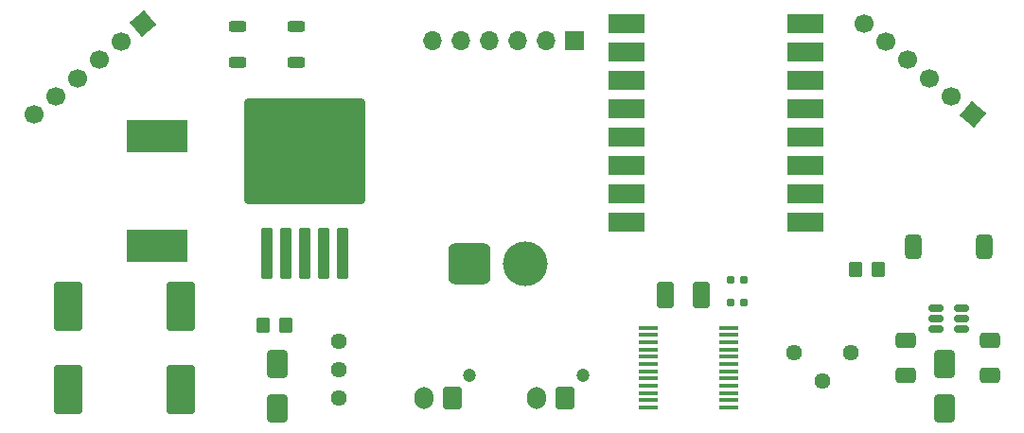
<source format=gbr>
%TF.GenerationSoftware,KiCad,Pcbnew,9.0.0+1*%
%TF.CreationDate,2025-04-07T23:30:09+02:00*%
%TF.ProjectId,WikiSumo_v25,57696b69-5375-46d6-9f5f-7632352e6b69,rev?*%
%TF.SameCoordinates,Original*%
%TF.FileFunction,Soldermask,Top*%
%TF.FilePolarity,Negative*%
%FSLAX46Y46*%
G04 Gerber Fmt 4.6, Leading zero omitted, Abs format (unit mm)*
G04 Created by KiCad (PCBNEW 9.0.0+1) date 2025-04-07 23:30:09*
%MOMM*%
%LPD*%
G01*
G04 APERTURE LIST*
G04 Aperture macros list*
%AMRoundRect*
0 Rectangle with rounded corners*
0 $1 Rounding radius*
0 $2 $3 $4 $5 $6 $7 $8 $9 X,Y pos of 4 corners*
0 Add a 4 corners polygon primitive as box body*
4,1,4,$2,$3,$4,$5,$6,$7,$8,$9,$2,$3,0*
0 Add four circle primitives for the rounded corners*
1,1,$1+$1,$2,$3*
1,1,$1+$1,$4,$5*
1,1,$1+$1,$6,$7*
1,1,$1+$1,$8,$9*
0 Add four rect primitives between the rounded corners*
20,1,$1+$1,$2,$3,$4,$5,0*
20,1,$1+$1,$4,$5,$6,$7,0*
20,1,$1+$1,$6,$7,$8,$9,0*
20,1,$1+$1,$8,$9,$2,$3,0*%
%AMHorizOval*
0 Thick line with rounded ends*
0 $1 width*
0 $2 $3 position (X,Y) of the first rounded end (center of the circle)*
0 $4 $5 position (X,Y) of the second rounded end (center of the circle)*
0 Add line between two ends*
20,1,$1,$2,$3,$4,$5,0*
0 Add two circle primitives to create the rounded ends*
1,1,$1,$2,$3*
1,1,$1,$4,$5*%
%AMRotRect*
0 Rectangle, with rotation*
0 The origin of the aperture is its center*
0 $1 length*
0 $2 width*
0 $3 Rotation angle, in degrees counterclockwise*
0 Add horizontal line*
21,1,$1,$2,0,0,$3*%
G04 Aperture macros list end*
%ADD10RoundRect,0.760000X-1.140000X-1.140000X1.140000X-1.140000X1.140000X1.140000X-1.140000X1.140000X0*%
%ADD11C,4.000000*%
%ADD12RotRect,1.700000X1.700000X230.000000*%
%ADD13HorizOval,1.700000X0.000000X0.000000X0.000000X0.000000X0*%
%ADD14RoundRect,0.250001X0.499999X0.924999X-0.499999X0.924999X-0.499999X-0.924999X0.499999X-0.924999X0*%
%ADD15RoundRect,0.155000X-0.212500X-0.155000X0.212500X-0.155000X0.212500X0.155000X-0.212500X0.155000X0*%
%ADD16R,1.750000X0.450000*%
%ADD17C,1.440000*%
%ADD18RoundRect,0.250000X-0.525000X-0.250000X0.525000X-0.250000X0.525000X0.250000X-0.525000X0.250000X0*%
%ADD19RoundRect,0.250000X-1.000000X1.950000X-1.000000X-1.950000X1.000000X-1.950000X1.000000X1.950000X0*%
%ADD20RoundRect,0.150000X0.512500X0.150000X-0.512500X0.150000X-0.512500X-0.150000X0.512500X-0.150000X0*%
%ADD21C,1.200000*%
%ADD22RoundRect,0.250000X0.600000X0.750000X-0.600000X0.750000X-0.600000X-0.750000X0.600000X-0.750000X0*%
%ADD23O,1.700000X2.000000*%
%ADD24RoundRect,0.250000X0.350000X0.450000X-0.350000X0.450000X-0.350000X-0.450000X0.350000X-0.450000X0*%
%ADD25RotRect,1.700000X1.700000X310.000000*%
%ADD26HorizOval,1.700000X0.000000X0.000000X0.000000X0.000000X0*%
%ADD27RoundRect,0.155000X0.212500X0.155000X-0.212500X0.155000X-0.212500X-0.155000X0.212500X-0.155000X0*%
%ADD28RoundRect,0.250000X-0.650000X1.000000X-0.650000X-1.000000X0.650000X-1.000000X0.650000X1.000000X0*%
%ADD29R,5.400000X2.900000*%
%ADD30RoundRect,0.250000X-0.350000X-0.450000X0.350000X-0.450000X0.350000X0.450000X-0.350000X0.450000X0*%
%ADD31RoundRect,0.250000X0.650000X-0.412500X0.650000X0.412500X-0.650000X0.412500X-0.650000X-0.412500X0*%
%ADD32RoundRect,0.250000X-0.650000X0.412500X-0.650000X-0.412500X0.650000X-0.412500X0.650000X0.412500X0*%
%ADD33RoundRect,0.250000X0.300000X-2.050000X0.300000X2.050000X-0.300000X2.050000X-0.300000X-2.050000X0*%
%ADD34RoundRect,0.250002X5.149998X-4.449998X5.149998X4.449998X-5.149998X4.449998X-5.149998X-4.449998X0*%
%ADD35RoundRect,0.250000X0.650000X-1.000000X0.650000X1.000000X-0.650000X1.000000X-0.650000X-1.000000X0*%
%ADD36RoundRect,0.375000X-0.375000X-0.725000X0.375000X-0.725000X0.375000X0.725000X-0.375000X0.725000X0*%
%ADD37R,1.700000X1.700000*%
%ADD38O,1.700000X1.700000*%
%ADD39RoundRect,0.102000X-1.512500X-0.762000X1.512500X-0.762000X1.512500X0.762000X-1.512500X0.762000X0*%
G04 APERTURE END LIST*
D10*
%TO.C,J4*%
X147000000Y-94500000D03*
D11*
X152000000Y-94500000D03*
%TD*%
D12*
%TO.C,J3*%
X192000000Y-81163403D03*
D13*
X190054247Y-79530722D03*
X188108494Y-77898042D03*
X186162741Y-76265361D03*
X184216988Y-74632681D03*
X182271235Y-73000000D03*
%TD*%
D14*
%TO.C,C7*%
X167725000Y-97325000D03*
X164475000Y-97325000D03*
%TD*%
D15*
%TO.C,C5*%
X170365000Y-96000000D03*
X171500000Y-96000000D03*
%TD*%
D16*
%TO.C,U8*%
X163000000Y-100250000D03*
X163000000Y-100900000D03*
X163000000Y-101550000D03*
X163000000Y-102200000D03*
X163000000Y-102850000D03*
X163000000Y-103500000D03*
X163000000Y-104150000D03*
X163000000Y-104800000D03*
X163000000Y-105450000D03*
X163000000Y-106100000D03*
X163000000Y-106750000D03*
X163000000Y-107400000D03*
X170200000Y-107400000D03*
X170200000Y-106750000D03*
X170200000Y-106100000D03*
X170200000Y-105450000D03*
X170200000Y-104800000D03*
X170200000Y-104150000D03*
X170200000Y-103500000D03*
X170200000Y-102850000D03*
X170200000Y-102200000D03*
X170200000Y-101550000D03*
X170200000Y-100900000D03*
X170200000Y-100250000D03*
%TD*%
D17*
%TO.C,RV2*%
X135250000Y-101420000D03*
X135250000Y-103960000D03*
X135250000Y-106500000D03*
%TD*%
D18*
%TO.C,SW1*%
X126250000Y-73300000D03*
X131500000Y-73300000D03*
X126250000Y-76500000D03*
X131500000Y-76500000D03*
%TD*%
D19*
%TO.C,C4*%
X111050000Y-98360000D03*
X111050000Y-105760000D03*
%TD*%
D20*
%TO.C,U6*%
X191000000Y-100400000D03*
X191000000Y-99450000D03*
X191000000Y-98500000D03*
X188725000Y-98500000D03*
X188725000Y-99450000D03*
X188725000Y-100400000D03*
%TD*%
D21*
%TO.C,J6*%
X157100000Y-104500000D03*
D22*
X155500000Y-106500000D03*
D23*
X153000000Y-106500000D03*
%TD*%
D24*
%TO.C,R6*%
X130500000Y-100000000D03*
X128500000Y-100000000D03*
%TD*%
D25*
%TO.C,J1*%
X117728764Y-73000000D03*
D26*
X115783011Y-74632681D03*
X113837258Y-76265361D03*
X111891505Y-77898042D03*
X109945752Y-79530722D03*
X108000000Y-81163403D03*
%TD*%
D27*
%TO.C,C6*%
X171500000Y-98000000D03*
X170365000Y-98000000D03*
%TD*%
D28*
%TO.C,D2*%
X129750000Y-103500000D03*
X129750000Y-107500000D03*
%TD*%
D17*
%TO.C,RV1*%
X176000000Y-102500000D03*
X178540000Y-105040000D03*
X181080000Y-102500000D03*
%TD*%
D29*
%TO.C,L2*%
X119000000Y-83050000D03*
X119000000Y-92950000D03*
%TD*%
D30*
%TO.C,R5*%
X181500000Y-95000000D03*
X183500000Y-95000000D03*
%TD*%
D31*
%TO.C,C2*%
X193500000Y-104500000D03*
X193500000Y-101375000D03*
%TD*%
D32*
%TO.C,C1*%
X186000000Y-101375000D03*
X186000000Y-104500000D03*
%TD*%
D33*
%TO.C,U7*%
X128825000Y-93575000D03*
X130525000Y-93575000D03*
X132225000Y-93575000D03*
D34*
X132225000Y-84425000D03*
D33*
X133925000Y-93575000D03*
X135625000Y-93575000D03*
%TD*%
D35*
%TO.C,D1*%
X189500000Y-107500000D03*
X189500000Y-103500000D03*
%TD*%
D36*
%TO.C,L1*%
X186700000Y-93000000D03*
X193000000Y-93000000D03*
%TD*%
D21*
%TO.C,J5*%
X147000000Y-104500000D03*
D22*
X145400000Y-106500000D03*
D23*
X142900000Y-106500000D03*
%TD*%
D19*
%TO.C,C3*%
X121100000Y-98360000D03*
X121100000Y-105760000D03*
%TD*%
D37*
%TO.C,J2*%
X156350000Y-74500000D03*
D38*
X153810000Y-74500000D03*
X151270000Y-74500000D03*
X148730000Y-74500000D03*
X146190000Y-74500000D03*
X143650000Y-74500000D03*
%TD*%
D39*
%TO.C,U1*%
X177000000Y-90780000D03*
X177000000Y-88240000D03*
X177000000Y-85700000D03*
X177000000Y-83160000D03*
X177000000Y-78080000D03*
X177000000Y-80620000D03*
X161030000Y-73000000D03*
X177000000Y-73000000D03*
X161030000Y-75540000D03*
X161030000Y-78080000D03*
X161030000Y-80620000D03*
X161030000Y-83160000D03*
X161030000Y-85700000D03*
X161030000Y-88240000D03*
X161030000Y-90780000D03*
X177000000Y-75540000D03*
%TD*%
M02*

</source>
